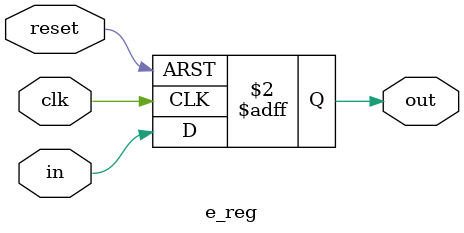
<source format=v>
module e_reg(clk,reset,in,out);
  input clk,reset,in;
  output reg out;
  always @(posedge clk or posedge reset)
    begin
      if(reset)
        out<=1'b0;
      else
        out<=in;
    end
endmodule
</source>
